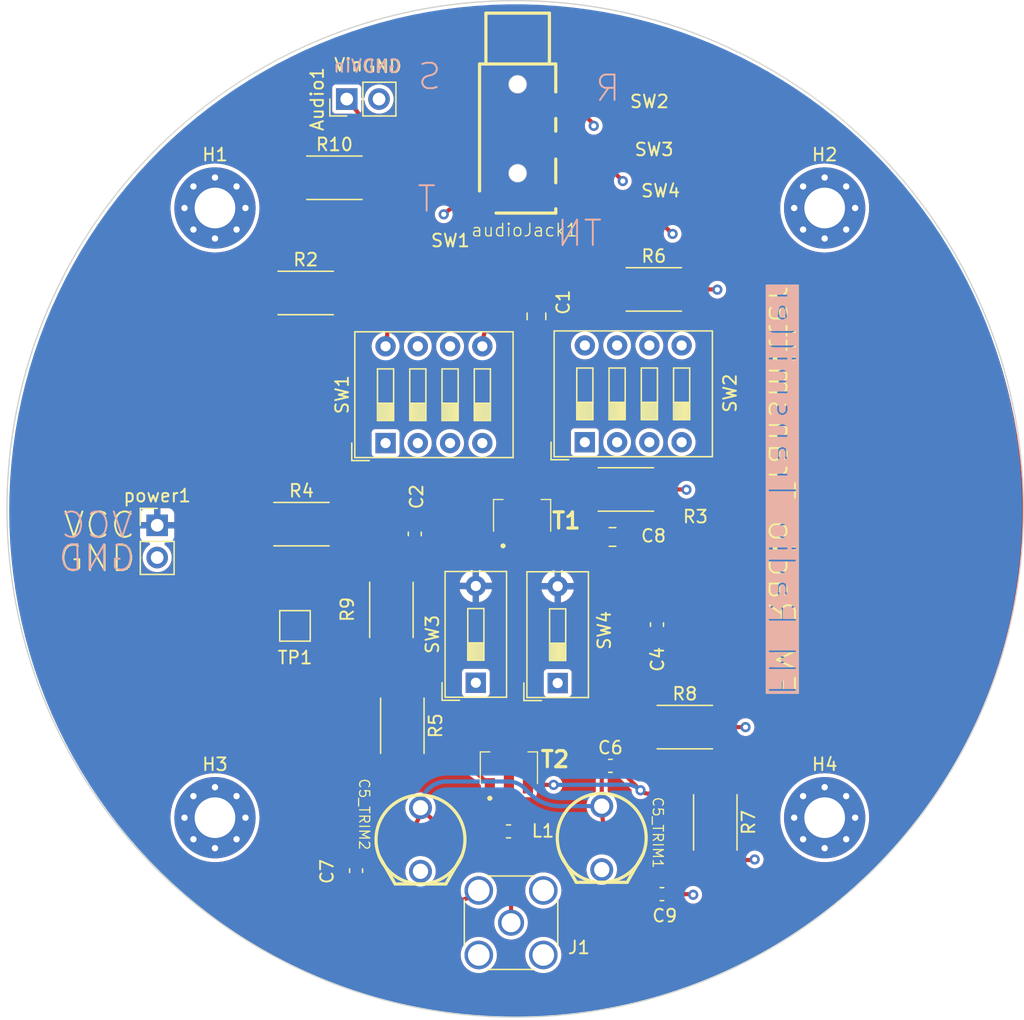
<source format=kicad_pcb>
(kicad_pcb (version 20221018) (generator pcbnew)
  (layers (0 "F.Cu" jumper) (1 "In1.Cu" power "L2") (2 "In2.Cu" signal "L3") (3 "In3.Cu" signal "L4") (4 "In4.Cu" power "L5") (31 "B.Cu" mixed) (34 "B.Paste" user) (35 "F.Paste" user) (36 "B.SilkS" user "B.Silkscreen") (37 "F.SilkS" user "F.Silkscreen") (38 "B.Mask" user) (39 "F.Mask" user) (44 "Edge.Cuts" user))
  (net 0 "")
  (net 1 "Vin")
  (net 2 "/Q1C")
  (net 3 "Net-(C2-Pad2)")
  (net 4 "GND")
  (net 5 "/sw1")
  (net 6 "VCC")
  (net 7 "/sw2")
  (net 8 "/sw3")
  (net 9 "/Q2C")
  (net 10 "/sw4")
  (net 11 "Net-(C5_TRIM1-Pad1)")
  (net 12 "Net-(C5_TRIM2-Pad1)")
  (net 13 "Net-(T1-B)")
  (net 14 "Net-(T2-B)")
  (net 15 "/Emitter")
  (net 16 "Net-(T1-E)")
  (footprint "Resistor_SMD:R_2512_6332Metric" (layer "F.Cu") (at 132.89 94.64 -90)
    (fp_text reference "R9" (at -0.034 3.472 90) (layer "F.SilkS"))
    (fp_text value "1k")
    (pad "1" smd roundrect (at -2.9625 0 270) (size 1.225 3.35) (layers "F.Cu" "F.Paste" "F.Mask") (roundrect_rratio 0.2040816327) (net 3 "Net-(C2-Pad2)"))
    (pad "2" smd roundrect (at 2.9625 0 270) (size 1.225 3.35) (layers "F.Cu" "F.Paste" "F.Mask") (roundrect_rratio 0.2040816327) (net 14 "Net-(T2-B)"))
  )
  (footprint "Connector_Coaxial:SMA_Amphenol_132134_Vertical" (layer "F.Cu") (at 142.31 119.27)
    (fp_text reference "J1" (at 5.346 1.952) (layer "F.SilkS"))
    (fp_text value "Conn_Coaxial")
    (pad "1" thru_hole circle (at 0 0) (size 2.05 2.05) (drill 1.5) (layers "*.Cu" "*.Mask") (net 9 "/Q2C"))
    (pad "2" thru_hole circle (at -2.54 -2.54) (size 2.25 2.25) (drill 1.7) (layers "*.Cu" "*.Mask") (net 4 "GND"))
    (pad "2" thru_hole circle (at -2.54 2.54) (size 2.25 2.25) (drill 1.7) (layers "*.Cu" "*.Mask") (net 4 "GND"))
    (pad "2" thru_hole circle (at 2.54 -2.54) (size 2.25 2.25) (drill 1.7) (layers "*.Cu" "*.Mask") (net 4 "GND"))
    (pad "2" thru_hole circle (at 2.54 2.54) (size 2.25 2.25) (drill 1.7) (layers "*.Cu" "*.Mask") (net 4 "GND"))
  )
  (footprint "Resistor_SMD:R_2512_6332Metric" (layer "F.Cu") (at 125.81 87.89)
    (fp_text reference "R4" (at 0 -2.62) (layer "F.SilkS"))
    (fp_text value "10k")
    (pad "1" smd roundrect (at -2.9625 0) (size 1.225 3.35) (layers "F.Cu" "F.Paste" "F.Mask") (roundrect_rratio 0.2040816327) (net 6 "VCC"))
    (pad "2" smd roundrect (at 2.9625 0) (size 1.225 3.35) (layers "F.Cu" "F.Paste" "F.Mask") (roundrect_rratio 0.2040816327) (net 2 "/Q1C"))
  )
  (footprint "Resistor_SMD:R_2512_6332Metric" (layer "F.Cu") (at 126.1425 69.69)
    (fp_text reference "R2" (at 0 -2.62) (layer "F.SilkS"))
    (fp_text value "15k" hide)
    (pad "1" smd roundrect (at -2.9625 0) (size 1.225 3.35) (layers "F.Cu" "F.Paste" "F.Mask") (roundrect_rratio 0.2040816327) (net 6 "VCC"))
    (pad "2" smd roundrect (at 2.9625 0) (size 1.225 3.35) (layers "F.Cu" "F.Paste" "F.Mask") (roundrect_rratio 0.2040816327) (net 13 "Net-(T1-B)"))
  )
  (footprint "Button_Switch_THT:SW_DIP_SPSTx04_Slide_9.78x12.34mm_W7.62mm_P2.54mm" (layer "F.Cu") (at 148.12 81.44 90)
    (fp_text reference "SW2" (at 3.861 11.43 90) (layer "F.SilkS"))
    (fp_text value "SW_DIP_x04")
    (pad "1" thru_hole rect (at 0 0 90) (size 1.6 1.6) (drill 0.8) (layers "*.Cu" "*.Mask") (net 5 "/sw1"))
    (pad "2" thru_hole oval (at 0 2.54 90) (size 1.6 1.6) (drill 0.8) (layers "*.Cu" "*.Mask") (net 7 "/sw2"))
    (pad "3" thru_hole oval (at 0 5.08 90) (size 1.6 1.6) (drill 0.8) (layers "*.Cu" "*.Mask") (net 8 "/sw3"))
    (pad "4" thru_hole oval (at 0 7.62 90) (size 1.6 1.6) (drill 0.8) (layers "*.Cu" "*.Mask") (net 10 "/sw4"))
    (pad "5" thru_hole oval (at 7.62 7.62 90) (size 1.6 1.6) (drill 0.8) (layers "*.Cu" "*.Mask") (net 4 "GND"))
    (pad "6" thru_hole oval (at 7.62 5.08 90) (size 1.6 1.6) (drill 0.8) (layers "*.Cu" "*.Mask") (net 4 "GND"))
    (pad "7" thru_hole oval (at 7.62 2.54 90) (size 1.6 1.6) (drill 0.8) (layers "*.Cu" "*.Mask") (net 4 "GND"))
    (pad "8" thru_hole oval (at 7.62 0 90) (size 1.6 1.6) (drill 0.8) (layers "*.Cu" "*.Mask") (net 4 "GND"))
  )
  (footprint "MountingHole:MountingHole_3.2mm_M3_Pad_Via" (layer "F.Cu") (at 119 63)
    (fp_text reference "H1" (at 0 -4.2) (layer "F.SilkS"))
    (fp_text value "MountingHole_Pad")
    (pad "1" thru_hole circle (at -2.4 0) (size 0.8 0.8) (drill 0.5) (layers "*.Cu" "*.Mask") (net 4 "GND"))
    (pad "1" thru_hole circle (at -1.697056 -1.697056) (size 0.8 0.8) (drill 0.5) (layers "*.Cu" "*.Mask") (net 4 "GND"))
    (pad "1" thru_hole circle (at -1.697056 1.697056) (size 0.8 0.8) (drill 0.5) (layers "*.Cu" "*.Mask") (net 4 "GND"))
    (pad "1" thru_hole circle (at 0 -2.4) (size 0.8 0.8) (drill 0.5) (layers "*.Cu" "*.Mask") (net 4 "GND"))
    (pad "1" thru_hole circle (at 0 0) (size 6.4 6.4) (drill 3.2) (layers "*.Cu" "*.Mask") (net 4 "GND"))
    (pad "1" thru_hole circle (at 0 2.4) (size 0.8 0.8) (drill 0.5) (layers "*.Cu" "*.Mask") (net 4 "GND"))
    (pad "1" thru_hole circle (at 1.697056 -1.697056) (size 0.8 0.8) (drill 0.5) (layers "*.Cu" "*.Mask") (net 4 "GND"))
    (pad "1" thru_hole circle (at 1.697056 1.697056) (size 0.8 0.8) (drill 0.5) (layers "*.Cu" "*.Mask") (net 4 "GND"))
    (pad "1" thru_hole circle (at 2.4 0) (size 0.8 0.8) (drill 0.5) (layers "*.Cu" "*.Mask") (net 4 "GND"))
  )
  (footprint "BFQ_19S_H6327:BFQ19SH6327" (layer "F.Cu") (at 142.14 107.61)
    (fp_text reference "T2" (at 3.63 -1.2) (layer "F.SilkS") (effects (font (size 1.27 1.27) (thickness 0.254))))
    (fp_text value "BFQ_19S_H6327" hide)
    (pad "1" smd rect (at -1.5 0.88) (size 0.8 1.2) (layers "F.Cu" "F.Paste" "F.Mask") (net 14 "Net-(T2-B)"))
    (pad "2" smd rect (at 0 0.38) (size 0.8 2.2) (layers "F.Cu" "F.Paste" "F.Mask") (net 9 "/Q2C"))
    (pad "3" smd rect (at 1.5 0.88) (size 0.8 1.2) (layers "F.Cu" "F.Paste" "F.Mask") (net 15 "/Emitter"))
    (pad "4" smd rect (at 0 -1.96) (size 2 2.5) (layers "F.Cu" "F.Paste" "F.Mask") (net 9 "/Q2C"))
  )
  (footprint "MountingHole:MountingHole_3.2mm_M3_Pad_Via" (layer "F.Cu") (at 119 111)
    (fp_text reference "H3" (at 0 -4.2) (layer "F.SilkS"))
    (fp_text value "MountingHole_Pad")
    (pad "1" thru_hole circle (at -2.4 0) (size 0.8 0.8) (drill 0.5) (layers "*.Cu" "*.Mask") (net 4 "GND"))
    (pad "1" thru_hole circle (at -1.697056 -1.697056) (size 0.8 0.8) (drill 0.5) (layers "*.Cu" "*.Mask") (net 4 "GND"))
    (pad "1" thru_hole circle (at -1.697056 1.697056) (size 0.8 0.8) (drill 0.5) (layers "*.Cu" "*.Mask") (net 4 "GND"))
    (pad "1" thru_hole circle (at 0 -2.4) (size 0.8 0.8) (drill 0.5) (layers "*.Cu" "*.Mask") (net 4 "GND"))
    (pad "1" thru_hole circle (at 0 0) (size 6.4 6.4) (drill 3.2) (layers "*.Cu" "*.Mask") (net 4 "GND"))
    (pad "1" thru_hole circle (at 0 2.4) (size 0.8 0.8) (drill 0.5) (layers "*.Cu" "*.Mask") (net 4 "GND"))
    (pad "1" thru_hole circle (at 1.697056 -1.697056) (size 0.8 0.8) (drill 0.5) (layers "*.Cu" "*.Mask") (net 4 "GND"))
    (pad "1" thru_hole circle (at 1.697056 1.697056) (size 0.8 0.8) (drill 0.5) (layers "*.Cu" "*.Mask") (net 4 "GND"))
    (pad "1" thru_hole circle (at 2.4 0) (size 0.8 0.8) (drill 0.5) (layers "*.Cu" "*.Mask") (net 4 "GND"))
  )
  (footprint "Capacitor_SMD:C_0603_1608Metric" (layer "F.Cu") (at 153.8 95.8 90)
    (fp_text reference "C4" (at -2.734 0.039 90) (layer "F.SilkS"))
    (fp_text value "0.1u")
    (pad "1" smd roundrect (at -0.775 0 90) (size 0.9 0.95) (layers "F.Cu" "F.Paste" "F.Mask") (net 14 "Net-(T2-B)"))
    (pad "2" smd roundrect (at 0.775 0 90) (size 0.9 0.95) (layers "F.Cu" "F.Paste" "F.Mask") (net 4 "GND"))
  )
  (footprint "Capacitor_SMD:C_0603_1608Metric" (layer "F.Cu") (at 134.73 88.66 -90)
    (fp_text reference "C2" (at -2.927 -0.144 90) (layer "F.SilkS"))
    (fp_text value "2.2u")
    (pad "1" smd roundrect (at -0.775 0 270) (size 0.9 0.95) (layers "F.Cu" "F.Paste" "F.Mask") (net 2 "/Q1C"))
    (pad "2" smd roundrect (at 0.775 0 270) (size 0.9 0.95) (layers "F.Cu" "F.Paste" "F.Mask") (net 3 "Net-(C2-Pad2)"))
  )
  (footprint "MountingHole:MountingHole_3.2mm_M3_Pad_Via" (layer "F.Cu") (at 167 111)
    (fp_text reference "H4" (at 0 -4.2) (layer "F.SilkS"))
    (fp_text value "MountingHole_Pad")
    (pad "1" thru_hole circle (at -2.4 0) (size 0.8 0.8) (drill 0.5) (layers "*.Cu" "*.Mask") (net 4 "GND"))
    (pad "1" thru_hole circle (at -1.697056 -1.697056) (size 0.8 0.8) (drill 0.5) (layers "*.Cu" "*.Mask") (net 4 "GND"))
    (pad "1" thru_hole circle (at -1.697056 1.697056) (size 0.8 0.8) (drill 0.5) (layers "*.Cu" "*.Mask") (net 4 "GND"))
    (pad "1" thru_hole circle (at 0 -2.4) (size 0.8 0.8) (drill 0.5) (layers "*.Cu" "*.Mask") (net 4 "GND"))
    (pad "1" thru_hole circle (at 0 0) (size 6.4 6.4) (drill 3.2) (layers "*.Cu" "*.Mask") (net 4 "GND"))
    (pad "1" thru_hole circle (at 0 2.4) (size 0.8 0.8) (drill 0.5) (layers "*.Cu" "*.Mask") (net 4 "GND"))
    (pad "1" thru_hole circle (at 1.697056 -1.697056) (size 0.8 0.8) (drill 0.5) (layers "*.Cu" "*.Mask") (net 4 "GND"))
    (pad "1" thru_hole circle (at 1.697056 1.697056) (size 0.8 0.8) (drill 0.5) (layers "*.Cu" "*.Mask") (net 4 "GND"))
    (pad "1" thru_hole circle (at 2.4 0) (size 0.8 0.8) (drill 0.5) (layers "*.Cu" "*.Mask") (net 4 "GND"))
  )
  (footprint "Connector_PinHeader_2.54mm:PinHeader_1x02_P2.54mm_Vertical" (layer "F.Cu") (at 114.45 87.98)
    (fp_text reference "power1" (at 0 -2.33) (layer "F.SilkS"))
    (fp_text value "Conn_01x02")
    (pad "1" thru_hole rect (at 0 0) (size 1.7 1.7) (drill 1) (layers "*.Cu" "*.Mask") (net 6 "VCC"))
    (pad "2" thru_hole oval (at 0 2.54) (size 1.7 1.7) (drill 1) (layers "*.Cu" "*.Mask") (net 4 "GND"))
  )
  (footprint "Connector_PinHeader_2.54mm:PinHeader_1x02_P2.54mm_Vertical" (layer "F.Cu") (at 129.375 54.425 90)
    (fp_text reference "Audio1" (at 0 -2.33 90) (layer "F.SilkS"))
    (fp_text value "Conn_01x02")
    (pad "1" thru_hole rect (at 0 0 90) (size 1.7 1.7) (drill 1) (layers "*.Cu" "*.Mask") (net 1 "Vin"))
    (pad "2" thru_hole oval (at 0 2.54 90) (size 1.7 1.7) (drill 1) (layers "*.Cu" "*.Mask") (net 4 "GND"))
  )
  (footprint "Resistor_SMD:R_2512_6332Metric" (layer "F.Cu") (at 158.39 111.37 -90)
    (fp_text reference "R7" (at 0 -2.62 90) (layer "F.SilkS"))
    (fp_text value "220")
    (pad "1" smd roundrect (at -2.9625 0 270) (size 1.225 3.35) (layers "F.Cu" "F.Paste" "F.Mask") (roundrect_rratio 0.2040816327) (net 15 "/Emitter"))
    (pad "2" smd roundrect (at 2.9625 0 270) (size 1.225 3.35) (layers "F.Cu" "F.Paste" "F.Mask") (roundrect_rratio 0.2040816327) (net 4 "GND"))
  )
  (footprint "Resistor_SMD:R_2512_6332Metric" (layer "F.Cu") (at 153.55 69.41)
    (fp_text reference "R6" (at 0 -2.62) (layer "F.SilkS"))
    (fp_text value "6.8k")
    (pad "1" smd roundrect (at -2.9625 0) (size 1.225 3.35) (layers "F.Cu" "F.Paste" "F.Mask") (roundrect_rratio 0.2040816327) (net 13 "Net-(T1-B)"))
    (pad "2" smd roundrect (at 2.9625 0) (size 1.225 3.35) (layers "F.Cu" "F.Paste" "F.Mask") (roundrect_rratio 0.2040816327) (net 4 "GND"))
  )
  (footprint "Capacitor_SMD:C_0603_1608Metric" (layer "F.Cu") (at 154.19 117.02)
    (fp_text reference "C9" (at 0.22 1.7) (layer "F.SilkS"))
    (fp_text value ".1u")
    (pad "1" smd roundrect (at -0.775 0) (size 0.9 0.95) (layers "F.Cu" "F.Paste" "F.Mask") (net 9 "/Q2C"))
    (pad "2" smd roundrect (at 0.775 0) (size 0.9 0.95) (layers "F.Cu" "F.Paste" "F.Mask") (net 4 "GND"))
  )
  (footprint "Resistor_SMD:R_2512_6332Metric" (layer "F.Cu") (at 151.3525 85.16)
    (fp_text reference "R3" (at 5.4725 2.139) (layer "F.SilkS"))
    (fp_text value "4.7k")
    (pad "1" smd roundrect (at -2.9625 0) (size 1.225 3.35) (layers "F.Cu" "F.Paste" "F.Mask") (roundrect_rratio 0.2040816327) (net 16 "Net-(T1-E)"))
    (pad "2" smd roundrect (at 2.9625 0) (size 1.225 3.35) (layers "F.Cu" "F.Paste" "F.Mask") (roundrect_rratio 0.2040816327) (net 4 "GND"))
  )
  (footprint "Capacitor_THT:trimmer_cap_through_hole" (layer "F.Cu") (at 149.45 112.59)
    (fp_text reference "C5_TRIM1" (at 4.42 -0.41 270 unlocked) (layer "F.SilkS") (effects (font (size 0.8 0.8) (thickness 0.1))))
    (fp_text value "20p")
    (pad "1" thru_hole circle (at 0 2.5) (size 1.8 1.8) (drill 1.2) (layers "*.Cu" "*.Mask") (net 11 "Net-(C5_TRIM1-Pad1)"))
    (pad "2" thru_hole circle (at 0 -2.5) (size 1.8 1.8) (drill 1.2) (layers "*.Cu" "*.Mask") (net 9 "/Q2C"))
  )
  (footprint "Button_Switch_THT:SW_DIP_SPSTx01_Slide_9.78x4.72mm_W7.62mm_P2.54mm" (layer "F.Cu") (at 139.537 100.3775 90)
    (fp_text reference "SW3" (at 3.81 -3.42 90) (layer "F.SilkS"))
    (fp_text value "SW_DIP_x01")
    (pad "1" thru_hole rect (at 0 0 90) (size 1.6 1.6) (drill 0.8) (layers "*.Cu" "*.Mask") (net 12 "Net-(C5_TRIM2-Pad1)"))
    (pad "2" thru_hole oval (at 7.62 0 90) (size 1.6 1.6) (drill 0.8) (layers "*.Cu" "*.Mask") (net 6 "VCC"))
  )
  (footprint "Capacitor_SMD:C_0603_1608Metric" (layer "F.Cu") (at 130.11 115.17 -90)
    (fp_text reference "C7" (at 0.067 2.289 90) (layer "F.SilkS"))
    (fp_text value "2p")
    (pad "1" smd roundrect (at -0.775 0 270) (size 0.9 0.95) (layers "F.Cu" "F.Paste" "F.Mask") (net 9 "/Q2C"))
    (pad "2" smd roundrect (at 0.775 0 270) (size 0.9 0.95) (layers "F.Cu" "F.Paste" "F.Mask") (net 4 "GND"))
  )
  (footprint "TestPoint:TestPoint_Pad_2.0x2.0mm" (layer "F.Cu") (at 125.3 95.9)
    (fp_text reference "TP1" (at 0 2.5) (layer "F.SilkS"))
    (fp_text value "TestPoint")
    (pad "1" smd rect (at 0 0) (size 2 2) (layers "F.Cu" "F.Mask") (net 2 "/Q1C"))
  )
  (footprint "Resistor_SMD:R_2512_6332Metric" (layer "F.Cu") (at 155.9925 103.87)
    (fp_text reference "R8" (at 0 -2.62) (layer "F.SilkS"))
    (fp_text value "2.2k")
    (pad "1" smd roundrect (at -2.9625 0) (size 1.225 3.35) (layers "F.Cu" "F.Paste" "F.Mask") (roundrect_rratio 0.2040816327) (net 14 "Net-(T2-B)"))
    (pad "2" smd roundrect (at 2.9625 0) (size 1.225 3.35) (layers "F.Cu" "F.Paste" "F.Mask") (roundrect_rratio 0.2040816327) (net 4 "GND"))
  )
  (footprint "Capacitor_SMD:C_0805_2012Metric" (layer "F.Cu") (at 150.3 88.9)
    (fp_text reference "C8" (at 3.227 -0.086) (layer "F.SilkS"))
    (fp_text value "10u")
    (pad "1" smd roundrect (at -0.95 0) (size 1 1.45) (layers "F.Cu" "F.Paste" "F.Mask") (net 16 "Net-(T1-E)"))
    (pad "2" smd roundrect (at 0.95 0) (size 1 1.45) (layers "F.Cu" "F.Paste" "F.Mask") (net 4 "GND"))
  )
  (footprint "Button_Switch_THT:SW_DIP_SPSTx04_Slide_9.78x12.34mm_W7.62mm_P2.54mm" (layer "F.Cu") (at 132.43 81.5075 90)
    (fp_text reference "SW1" (at 3.81 -3.42 90) (layer "F.SilkS"))
    (fp_text value "SW_DIP_x04")
    (pad "1" thru_hole rect (at 0 0 90) (size 1.6 1.6) (drill 0.8) (layers "*.Cu" "*.Mask") (net 5 "/sw1"))
    (pad "2" thru_hole oval (at 0 2.54 90) (size 1.6 1.6) (drill 0.8) (layers "*.Cu" "*.Mask") (net 7 "/sw2"))
    (pad "3" thru_hole oval (at 0 5.08 90) (size 1.6 1.6) (drill 0.8) (layers "*.Cu" "*.Mask") (net 8 "/sw3"))
    (pad "4" thru_hole oval (at 0 7.62 90) (size 1.6 1.6) (drill 0.8) (layers "*.Cu" "*.Mask") (net 10 "/sw4"))
    (pad "5" thru_hole oval (at 7.62 7.62 90) (size 1.6 1.6) (drill 0.8) (layers "*.Cu" "*.Mask") (net 1 "Vin"))
    (pad "6" thru_hole oval (at 7.62 5.08 90) (size 1.6 1.6) (drill 0.8) (layers "*.Cu" "*.Mask") (net 1 "Vin"))
    (pad "7" thru_hole oval (at 7.62 2.54 90) (size 1.6 1.6) (drill 0.8) (layers "*.Cu" "*.Mask") (net 1 "Vin"))
    (pad "8" thru_hole oval (at 7.62 0 90) (size 1.6 1.6) (drill 0.8) (layers "*.Cu" "*.Mask") (net 1 "Vin"))
  )
  (footprint "Capacitor_SMD:C_0805_2012Metric" (layer "F.Cu") (at 144.31 71.53 -90)
    (fp_text reference "C1" (at -1.106 -2.103 90) (layer "F.SilkS"))
    (fp_text value "10u")
    (pad "1" smd roundrect (at -0.95 0 270) (size 1 1.45) (layers "F.Cu" "F.Paste" "F.Mask") (net 1 "Vin"))
    (pad "2" smd roundrect (at 0.95 0 270) (size 1 1.45) (layers "F.Cu" "F.Paste" "F.Mask") (net 13 "Net-(T1-B)"))
  )
  (footprint "Button_Switch_THT:SW_DIP_SPSTx01_Slide_9.78x4.72mm_W7.62mm_P2.54mm" (layer "F.Cu") (at 145.98 100.4 90)
    (fp_text reference "SW4" (at 4.151 3.671 90) (layer "F.SilkS"))
    (fp_text value "SW_DIP_x01")
    (pad "1" thru_hole rect (at 0 0 90) (size 1.6 1.6) (drill 0.8) (layers "*.Cu" "*.Mask") (net 11 "Net-(C5_TRIM1-Pad1)"))
    (pad "2" thru_hole oval (at 7.62 0 90) (size 1.6 1.6) (drill 0.8) (layers "*.Cu" "*.Mask") (net 6 "VCC"))
  )
  (footprint "Inductor_SMD:L_0603_1608Metric" (layer "F.Cu") (at 142.11 112.08)
    (fp_text reference "L1" (at 2.71 -0.037) (layer "F.SilkS"))
    (fp_text value "0.1u")
    (pad "1" smd roundrect (at -0.7875 0) (size 0.875 0.95) (layers "F.Cu" "F.Paste" "F.Mask") (net 6 "VCC"))
    (pad "2" smd roundrect (at 0.7875 0) (size 0.875 0.95) (layers "F.Cu" "F.Paste" "F.Mask") (net 9 "/Q2C"))
  )
  (footprint "Capacitor_SMD:C_0603_1608Metric" (layer "F.Cu") (at 150.13 106.92)
    (fp_text reference "C6" (at 0 -1.43) (layer "F.SilkS"))
    (fp_text value "4.7p")
    (pad "1" smd roundrect (at -0.775 0) (size 0.9 0.95) (layers "F.Cu" "F.Paste" "F.Mask") (net 9 "/Q2C"))
    (pad "2" smd roundrect (at 0.775 0) (size 0.9 0.95) (layers "F.Cu" "F.Paste" "F.Mask") (net 15 "/Emitter"))
  )
  (footprint "Audio_Module:audio_jack_3.5mm" (layer "F.Cu") (at 142.83 67.66)
    (fp_text reference "audioJack1" (at 0.53 -2.92 unlocked) (layer "F.SilkS") (effects (font (thickness 0.1))))
    (fp_text value "~" hide)
    (fp_circle (center 0 -14.4) (end 0.7 -14.4) (stroke (width 0.05)) (fill none) (layer "Edge.Cuts"))
    (fp_circle (center 0 -7.4) (end 0.7 -7.4) (stroke (width 0.05)) (fill none) (layer "Edge.Cuts"))
    (pad "1" smd roundrect (at -3.6 -5.01) (size 2 1.5) (layers "F.Cu" "F.Paste" "F.Mask") (net 5 "/sw1"))
    (pad "2" smd roundrect (at 3.6 -12.77) (size 2 1.5) (layers "F.Cu" "F.Paste" "F.Mask") (net 7 "/sw2"))
    (pad "3" smd roundrect (at 3.6 -9.67) (size 2 1.5) (layers "F.Cu" "F.Paste" "F.Mask") (net 8 "/sw3"))
    (pad "4" smd roundrect (at 3.6 -5.67) (size 2 1.5) (layers "F.Cu" "F.Paste" "F.Mask") (net 10 "/sw4"))
  )
  (footprint "Resistor_SMD:R_2512_6332Metric" (layer "F.Cu") (at 128.4025 60.62)
    (fp_text reference "R10" (at 0 -2.62) (layer "F.SilkS"))
    (fp_text value "1k")
    (pad "1" smd roundrect (at -2.9625 0) (size 1.225 3.35) (layers "F.Cu" "F.Paste" "F.Mask") (roundrect_rratio 0.2040816327) (net 6 "VCC"))
    (pad "2" smd roundrect (at 2.9625 0) (size 1.225 3.35) (layers "F.Cu" "F.Paste" "F.Mask") (roundrect_rratio 0.2040816327) (net 1 "Vin"))
  )
  (footprint "BFQ_19S_H6327:BFQ19SH6327" (layer "F.Cu") (at 143.18 87.74)
    (fp_text reference "T1" (at 3.48 -0.12) (layer "F.SilkS") (effects (font (size 1.27 1.27) (thickness 0.254))))
    (fp_text value "BFQ_19S_H6327" hide)
    (pad "1" smd rect (at -1.5 0.88) (size 0.8 1.2) (layers "F.Cu" "F.Paste" "F.Mask") (net 13 "Net-(T1-B)"))
    (pad "2" smd rect (at 0 0.38) (size 0.8 2.2) (layers "F.Cu" "F.Paste" "F.Mask") (net 2 "/Q1C"))
    (pad "3" smd rect (at 1.5 0.88) (size 0.8 1.2) (layers "F.Cu" "F.Paste" "F.Mask") (net 16 "Net-(T1-E)"))
    (pad "4" smd rect (at 0 -1.96) (size 2 2.5) (layers "F.Cu" "F.Paste" "F.Mask") (net 2 "/Q1C"))
  )
  (footprint "Capacitor_THT:trimmer_cap_through_hole" (layer "F.Cu") (at 135.18 112.72)
    (fp_text reference "C5_TRIM2" (at -4.43 -1.99 270 unlocked) (layer "F.SilkS") (effects (font (size 0.8 0.8) (thickness 0.1))))
    (fp_text value "20p")
    (pad "1" thru_hole circle (at 0 2.5) (size 1.8 1.8) (drill 1.2) (layers "*.Cu" "*.Mask") (net 12 "Net-(C5_TRIM2-Pad1)"))
    (pad "2" thru_hole circle (at 0 -2.5) (size 1.8 1.8) (drill 1.2) (layers "*.Cu" "*.Mask") (net 9 "/Q2C"))
  )
  (footprint "Resistor_SMD:R_2512_6332Metric" (layer "F.Cu") (at 133.75 103.7625 -90)
    (fp_text reference "R5" (at 0 -2.62 90) (layer "F.SilkS"))
    (fp_text value "4.7k")
    (pad "1" smd roundrect (at -2.9625 0 270) (size 1.225 3.35) (layers "F.Cu" "F.Paste" "F.Mask") (roundrect_rratio 0.2040816327) (net 6 "VCC"))
    (pad "2" smd roundrect (at 2.9625 0 270) (size 1.225 3.35) (layers "F.Cu" "F.Paste" "F.Mask") (roundrect_rratio 0.2040816327) (net 14 "Net-(T2-B)"))
  )
  (footprint "MountingHole:MountingHole_3.2mm_M3_Pad_Via" (layer "F.Cu") (at 167 63)
    (fp_text reference "H2" (at 0 -4.2) (layer "F.SilkS"))
    (fp_text value "MountingHole_Pad")
    (pad "1" thru_hole circle (at -2.4 0) (size 0.8 0.8) (drill 0.5) (layers "*.Cu" "*.Mask") (net 4 "GND"))
    (pad "1" thru_hole circle (at -1.697056 -1.697056) (size 0.8 0.8) (drill 0.5) (layers "*.Cu" "*.Mask") (net 4 "GND"))
    (pad "1" thru_hole circle (at -1.697056 1.697056) (size 0.8 0.8) (drill 0.5) (layers "*.Cu" "*.Mask") (net 4 "GND"))
    (pad "1" thru_hole circle (at 0 -2.4) (size 0.8 0.8) (drill 0.5) (layers "*.Cu" "*.Mask") (net 4 "GND"))
    (pad "1" thru_hole circle (at 0 0) (size 6.4 6.4) (drill 3.2) (layers "*.Cu" "*.Mask") (net 4 "GND"))
    (pad "1" thru_hole circle (at 0 2.4) (size 0.8 0.8) (drill 0.5) (layers "*.Cu" "*.Mask") (net 4 "GND"))
    (pad "1" thru_hole circle (at 1.697056 -1.697056) (size 0.8 0.8) (drill 0.5) (layers "*.Cu" "*.Mask") (net 4 "GND"))
    (pad "1" thru_hole circle (at 1.697056 1.697056) (size 0.8 0.8) (drill 0.5) (layers "*.Cu" "*.Mask") (net 4 "GND"))
    (pad "1" thru_hole circle (at 2.4 0) (size 0.8 0.8) (drill 0.5) (layers "*.Cu" "*.Mask") (net 4 "GND"))
  )
  (gr_circle (center 142.64 86.69) (end 180.66 99.17) (stroke (width 0.1)) (fill none) (layer "Edge.Cuts"))
  (gr_text "FM Radio Transmitter" (at 162.41 101.52 -90) (layer "B.SilkS" knockout) (effects (font (size 2 2)) (justify left bottom mirror)))
  (gr_text "GND\n" (at 133.725 52.418) (layer "B.SilkS") (effects (font (size 1 1)) (justify left bottom mirror)))
  (gr_text "T" (at 136.525 63.461) (layer "B.SilkS") (effects (font (size 2 2)) (justify left bottom mirror)))
  (gr_text "TN" (at 149.606 66.166) (layer "B.SilkS") (effects (font (size 2 2)) (justify left bottom mirror)))
  (gr_text "Vin" (at 130.666 52.409) (layer "B.SilkS") (effects (font (size 1 1)) (justify left bottom mirror)))
  (gr_text "GND" (at 112.841 91.722) (layer "B.SilkS") (effects (font (size 2 2)) (justify left bottom mirror)))
  (gr_text "R" (at 151.03 54.743) (layer "B.SilkS") (effects (font (size 2 2)) (justify left bottom mirror)))
  (gr_text "VCC" (at 112.654 89.141) (layer "B.SilkS") (effects (font (size 2 2)) (justify left bottom mirror)))
  (gr_text "S" (at 136.943 53.816) (layer "B.SilkS") (effects (font (size 2 2)) (justify left bottom mirror)))
  (gr_text "FM Radio Transmitter" (at 164.92 101.52 90) (layer "F.SilkS" knockout) (effects (font (size 2 2)) (justify left bottom)))
  (gr_text "GND" (at 130.553 52.433) (layer "F.SilkS") (effects (font (size 1 1)) (justify left bottom)))
  (gr_text "VCC\n" (at 106.941 89.141) (layer "F.SilkS") (effects (font (size 2 2)) (justify left bottom)))
  (gr_text "SW3" (at 151.95 58.98) (layer "F.SilkS") (effects (font (size 1 1)) (justify left bottom)))
  (gr_text "GND" (at 106.594 91.763) (layer "F.SilkS") (effects (font (size 2 2)) (justify left bottom)))
  (gr_text "Vin\n" (at 128.296 52.312) (layer "F.SilkS") (effects (font (size 1 1)) (justify left bottom)))
  (gr_text "SW2\n" (at 151.58 55.2) (layer "F.SilkS") (effects (font (size 1 1)) (justify left bottom)))
  (gr_text "SW1\n" (at 135.91 66.15) (layer "F.SilkS") (effects (font (size 1 1)) (justify left bottom)))
  (gr_text "SW4" (at 152.46 62.23) (layer "F.SilkS") (effects (font (size 1 1)) (justify left bottom)))
  (segment (start 144.31 70.58) (end 143.3575 70.58) (width 0.3294) (layer "F.Cu") (net 1))
  (segment (start 132.69 65.66) (end 131.36 60.64) (width 0.3294) (layer "F.Cu") (net 1))
  (segment (start 132.738502 70.701511) (end 132.48 73.93) (width 0.3294) (layer "F.Cu") (net 1))
  (segment (start 131.365 59.229284) (end 131.365 60.62) (width 0.3294) (layer "F.Cu") (net 1))
  (arc (start 132.69 65.66) (mid 132.948698 68.1785) (end 132.738502 70.701511) (width 0.3294) (layer "F.Cu") (net 1))
  (arc (start 129.375 54.425) (mid 130.847815 56.629223) (end 131.365 59.229284) (width 0.3294) (layer "F.Cu") (net 1))
  (arc (start 143.3575 70.58) (mid 141.018744 71.548744) (end 140.05 73.8875) (width 0.3294) (layer "F.Cu") (net 1))
  (segment (start 128.7725 87.89) (end 134.739437 87.89) (width 0.3294) (layer "F.Cu") (net 2))
  (segment (start 141.36934 90.73) (end 140.65 90.73) (width 0.3294) (layer "F.Cu") (net 2))
  (segment (start 125.28 95.7) (end 125.28 91.3825) (width 0.3294) (layer "F.Cu") (net 2))
  (segment (start 143.18 88.12) (end 143.18 89.98) (width 0.3294) (layer "F.Cu") (net 2))
  (segment (start 135.400646 88.555647) (end 134.73 87.885) (width 0.3294) (layer "F.Cu") (net 2))
  (segment (start 143.18 88.12) (end 143.18 85.78) (width 0.3294) (layer "F.Cu") (net 2))
  (arc (start 143.18 89.98) (mid 142.349263 90.535081) (end 141.36934 90.73) (width 0.3294) (layer "F.Cu") (net 2))
  (arc (start 125.28 91.3825) (mid 126.30293 88.91293) (end 128.7725 87.89) (width 0.3294) (layer "F.Cu") (net 2))
  (arc (start 140.65 90.73) (mid 137.80907 90.164904) (end 135.400646 88.555647) (width 0.3294) (layer "F.Cu") (net 2))
  (segment (start 134.44539 90.122111) (end 132.89 91.6775) (width 0.3294) (layer "F.Cu") (net 3))
  (arc (start 134.73 89.435) (mid 134.656032 89.806862) (end 134.44539 90.122111) (width 0.3294) (layer "F.Cu") (net 3))
  (segment (start 156.1 85.16) (end 156.12 85.18) (width 0.3294) (layer "F.Cu") (net 4))
  (segment (start 158.955 103.87) (end 160.77 103.87) (width 0.3294) (layer "F.Cu") (net 4))
  (segment (start 154.965 117.02) (end 156.6 117.02) (width 0.3294) (layer "F.Cu") (net 4))
  (segment (start 152.416726 91.716726) (end 152.7 92) (width 0.3294) (layer "F.Cu") (net 4))
  (segment (start 156.6 117.02) (end 156.65 117.07) (width 0.3294) (layer "F.Cu") (net 4))
  (segment (start 154.315 85.16) (end 156.1 85.16) (width 0.3294) (layer "F.Cu") (net 4))
  (segment (start 151.727297 87.747703) (end 154.315 85.16) (width 0.3294) (layer "F.Cu") (net 4))
  (segment (start 158.53 69.41) (end 158.55 69.43) (width 0.3294) (layer "F.Cu") (net 4))
  (segment (start 153.8 94.655634) (end 153.8 95.025) (width 0.3294) (layer "F.Cu") (net 4))
  (segment (start 161.4475 114.3325) (end 161.49 114.29) (width 0.3294) (layer "F.Cu") (net 4))
  (segment (start 130.115 115.94) (end 130.187042 116.012042) (width 0.3294) (layer "F.Cu") (net 4))
  (segment (start 156.5125 69.41) (end 158.53 69.41) (width 0.3294) (layer "F.Cu") (net 4))
  (segment (start 158.39 114.3325) (end 161.4475 114.3325) (width 0.3294) (layer "F.Cu") (net 4))
  (segment (start 133.9 117.55) (end 137.790345 117.55) (width 0.3294) (layer "F.Cu") (net 4))
  (via (at 156.12 85.18) (size 0.8) (drill 0.4) (layers "F.Cu" "B.Cu") (net 4))
  (via (at 156.65 117.07) (size 0.8) (drill 0.4) (layers "F.Cu" "B.Cu") (net 4))
  (via (at 161.49 114.29) (size 0.8) (drill 0.4) (layers "F.Cu" "B.Cu") (net 4))
  (via (at 160.77 103.87) (size 0.8) (drill 0.4) (layers "F.Cu" "B.Cu") (net 4))
  (via (at 158.55 69.43) (size 0.8) (drill 0.4) (layers "F.Cu" "B.Cu") (net 4))
  (arc (start 130.187042 116.012042) (mid 131.890561 117.150298) (end 133.9 117.55) (width 0.3294) (layer "F.Cu") (net 4))
  (arc (start 151.25 88.9) (mid 151.553222 90.424401) (end 152.416726 91.716726) (width 0.3294) (layer "F.Cu") (net 4))
  (arc (start 151.25 88.9) (mid 151.374045 88.276381) (end 151.727297 87.747703) (width 0.3294) (layer "F.Cu") (net 4))
  (arc (start 137.790345 117.55) (mid 138.861726 117.336889) (end 139.77 116.73) (width 0.3294) (layer "F.Cu") (net 4))
  (arc (start 152.7 92) (mid 153.514119 93.218415) (end 153.8 94.655634) (width 0.3294) (layer "F.Cu") (net 4))
  (segment (start 139.23 62.65) (end 139.062081 62.65) (width 0.3294) (layer "F.Cu") (net 5))
  (via (at 137.01 63.5) (size 0.8) (drill 0.4) (layers "F.Cu" "B.Cu") (net 5))
  (arc (start 139.062081 62.65) (mid 137.951503 62.870907) (end 137.01 63.5) (width 0.3294) (layer "F.Cu") (net 5))
  (segment (start 148.89 56.48) (end 147.915183 55.505183) (width 0.3294) (layer "F.Cu") (net 7))
  (segment (start 148.854142 56.515858) (end 148.89 56.48) (width 0.3294) (layer "F.Cu") (net 7))
  (via (at 148.82 56.53) (size 0.8) (drill 0.4) (layers "F.Cu" "B.Cu") (net 7))
  (arc (start 148.82 56.53) (mid 148.838477 56.526325) (end 148.854142 56.515858) (width 0.3294) (layer "F.Cu") (net 7))
  (arc (start 147.915183 55.505183) (mid 147.233776 55.049881) (end 146.43 54.89) (width 0.3294) (layer "F.Cu") (net 7))
  (segment (start 149.485721 59.255721) (end 151.11 60.88) (width 0.3294) (layer "F.Cu") (net 8))
  (via (at 151.11 60.88) (size 0.8) (drill 0.4) (layers "F.Cu" "B.Cu") (net 8))
  (arc (start 146.43 57.99) (mid 148.083744 58.31895) (end 149.485721 59.255721) (width 0.3294) (layer "F.Cu") (net 8))
  (segment (start 149.45 110.09) (end 149.45 107.015) (width 0.3294) (layer "F.Cu") (net 9))
  (segment (start 142.31 113.49835) (end 142.31 114.179) (width 0.3294) (layer "F.Cu") (net 9))
  (segment (start 142.31 114.179) (end 142.31 119.27) (width 0.3294) (layer "F.Cu") (net 9))
  (segment (start 134.494106 111.875893) (end 134.43 111.94) (width 0.3294) (layer "F.Cu") (net 9))
  (segment (start 134.43 111.94) (end 133.293754 113.076246) (width 0.3294) (layer "F.Cu") (net 9))
  (segment (start 142.14 107.99) (end 142.14 108.778335) (width 0.3294) (layer "F.Cu") (net 9))
  (segment (start 136.896765 111.936764) (end 135.18 110.22) (width 0.3294) (layer "F.Cu") (net 9))
  (segment (start 142.8975 110.607101) (end 142.8975 112.08) (width 0.3294) (layer "F.Cu") (net 9))
  (segment (start 151.546572 115.151571) (end 153.415 117.02) (width 0.3294) (layer "F.Cu") (net 9))
  (segment (start 142.14 107.99) (end 142.14 105.65) (width 0.3294) (layer "F.Cu") (net 9))
  (arc (start 142.8975 112.08) (mid 142.462686 112.730744) (end 142.31 113.49835) (width 0.3294) (layer "F.Cu") (net 9))
  (arc (start 142.31 114.179) (mid 139.380378 113.596262) (end 136.896765 111.936764) (width 0.3294) (layer "F.Cu") (net 9))
  (arc (start 133.293754 113.076246) (mid 131.833036 114.052267) (end 130.11 114.395) (width 0.3294) (layer "F.Cu") (net 9))
  (arc (start 142.14 108.778335) (mid 142.316726 109.666797) (end 142.82 110.42) (width 0.3294) (layer "F.Cu") (net 9))
  (arc (start 149.45 110.09) (mid 149.994881 112.829303) (end 151.546572 115.151571) (width 0.3294) (layer "F.Cu") (net 9))
  (arc (start 142.82 110.42) (mid 142.877358 110.505842) (end 142.8975 110.607101) (width 0.3294) (layer "F.Cu") (net 9))
  (arc (start 135.18 110.22) (mid 135.001742 111.116163) (end 134.494106 111.875893) (width 0.3294) (layer "F.Cu") (net 9))
  (segment (start 142.08 108.15) (end 137.25 108.15) (width 0.3294) (layer "B.Cu") (net 9))
  (segment (start 149.45 110.09) (end 146.194213 110.09) (width 0.3294) (layer "B.Cu") (net 9))
  (segment (start 143.78 109.09) (end 143.377402 108.687402) (width 0.3294) (layer "B.Cu") (net 9))
  (arc (start 137.25 108.15) (mid 135.786289 108.756289) (end 135.18 110.22) (width 0.3294) (layer "B.Cu") (net 9))
  (arc (start 143.377402 108.687402) (mid 142.78215 108.289666) (end 142.08 108.15) (width 0.3294) (layer "B.Cu") (net 9))
  (arc (start 146.194213 110.09) (mid 144.887651 109.830109) (end 143.78 109.09) (width 0.3294) (layer "B.Cu") (net 9))
  (segment (start 146.43 61.99) (end 147.666649 61.99) (width 0.3294) (layer "F.Cu") (net 10))
  (via (at 155.03 65.04) (size 0.8) (drill 0.4) (layers "F.Cu" "B.Cu") (net 10))
  (arc (start 147.666649 61.99) (mid 151.651665 62.782669) (end 155.03 65.04) (width 0.3294) (layer "F.Cu") (net 10))
  (segment (start 143.91 79.294635) (end 143.59482 79.609815) (width 0.3294) (layer "F.Cu") (net 13))
  (segment (start 143.744315 73.845686) (end 142.96581 74.624191) (width 0.3294) (layer "F.Cu") (net 13))
  (segment (start 144.31 75.594315) (end 144.31 72.48) (width 0.3294) (layer "F.Cu") (net 13))
  (segment (start 132.41 75.6) (end 140.61 75.6) (width 0.3294) (layer "F.Cu") (net 13))
  (segment (start 149.785545 70.211955) (end 150.5875 69.41) (width 0.3294) (layer "F.Cu") (net 13))
  (segment (start 141.3 85.15) (end 141.3 87.702599) (width 0.3294) (layer "F.Cu") (net 13))
  (segment (start 129.105 69.69) (end 129.105 73.015259) (width 0.3294) (layer "F.Cu") (net 13))
  (segment (start 132.375634 75.6) (end 132.41 75.6) (width 0.3294) (layer "F.Cu") (net 13))
  (segment (start 143.91 76.56) (end 143.91 79.294635) (width 0.3294) (layer "F.Cu") (net 13))
  (arc (start 129.105 73.015259) (mid 129.264833 73.818795) (end 129.72 74.5) (width 0.3294) (layer "F.Cu") (net 13))
  (arc (start 144.31 72.48) (mid 147.273344 71.890554) (end 149.785545 70.211955) (width 0.3294) (layer "F.Cu") (net 13))
  (arc (start 129.72 74.5) (mid 130.938415 75.314119) (end 132.375634 75.6) (width 0.3294) (layer "F.Cu") (net 13))
  (arc (start 142.96581 74.624191) (mid 141.884956 75.346395) (end 140.61 75.6) (width 0.3294) (layer "F.Cu") (net 13))
  (arc (start 144.31 72.48) (mid 144.162983 73.219104) (end 143.744315 73.845686) (width 0.3294) (layer "F.Cu") (net 13))
  (arc (start 143.91 76.56) (mid 144.206043 76.11694) (end 144.31 75.594315) (width 0.3294) (layer "F.Cu") (net 13))
  (arc (start 143.59482 79.609815) (mid 141.896404 82.151673) (end 141.3 85.15) (width 0.3294) (layer "F.Cu") (net 13))
  (arc (start 141.3 87.702599) (mid 141.398758 88.199093) (end 141.68 88.62) (width 0.3294) (layer "F.Cu") (net 13))
  (segment (start 137.258152 106.725) (end 137.066 106.725) (width 0.3294) (layer "F.Cu") (net 14))
  (segment (start 139.027 105.471) (end 138.272925 106.225076) (width 0.3294) (layer "F.Cu") (net 14))
  (segment (start 149.477629 103.248) (end 141.68 103.248) (width 0.3294) (layer "F.Cu") (net 14))
  (segment (start 129.95 103.82) (end 129.95 101.72) (width 0.3294) (layer "F.Cu") (net 14))
  (segment (start 153.805 101.998985) (end 153.805 96.65) (width 0.3294) (layer "F.Cu") (net 14))
  (segment (start 140.945944 103.552056) (end 139.027 105.471) (width 0.3294) (layer "F.Cu") (net 14))
  (segment (start 152.411962 104.126) (end 151.489 104.126) (width 0.3294) (layer "F.Cu") (net 14))
  (segment (start 150.500585 103.716585) (end 150.424 103.64) (width 0.3294) (layer "F.Cu") (net 14))
  (segment (start 130.782618 99.709882) (end 132.89 97.6025) (width 0.3294) (layer "F.Cu") (net 14))
  (segment (start 133.75 106.725) (end 132.855 106.725) (width 0.3294) (layer "F.Cu") (net 14))
  (segment (start 140.64 108.49) (end 140.018285 107.868285) (width 0.3294) (layer "F.Cu") (net 14))
  (segment (start 133.75 106.725) (end 137.066 106.725) (width 0.3294) (layer "F.Cu") (net 14))
  (arc (start 138.272925 106.225076) (mid 137.719183 106.595074) (end 137.066 106.725) (width 0.3294) (layer "F.Cu") (net 14))
  (arc (start 153.03 103.87) (mid 153.603584 103.011571) (end 153.805 101.998985) (width 0.3294) (layer "F.Cu") (net 14))
  (arc (start 141.68 103.248) (mid 141.282731 103.327022) (end 140.945944 103.552056) (width 0.3294) (layer "F.Cu") (net 14))
  (arc (start 153.03 103.87) (mid 152.746443 104.059467) (end 152.411962 104.126) (width 0.3294) (layer "F.Cu") (net 14))
  (arc (start 129.95 101.72) (mid 130.16639 100.632132) (end 130.782618 99.709882) (width 0.3294) (layer "F.Cu") (net 14))
  (arc (start 140.018285 107.868285) (mid 138.751926 107.02213) (end 137.258152 106.725) (width 0.3294) (layer "F.Cu") (net 14))
  (arc (start 150.424 103.64) (mid 149.989802 103.349878) (end 149.477629 103.248) (width 0.3294) (layer "F.Cu") (net 14))
  (arc (start 132.855 106.725) (mid 130.800855 105.874145) (end 129.95 103.82) (width 0.3294) (layer "F.Cu") (net 14))
  (arc (start 151.489 104.126) (mid 150.954074 104.019597) (end 150.500585 103.716585) (width 0.3294) (layer "F.Cu") (net 14))
  (segment (start 151.136224 107.478224) (end 152.502 108.844) (width 0.3294) (layer "F.Cu") (net 15))
  (segment (start 153.139352 109.108) (end 156.698844 109.108) (width 0.3294) (layer "F.Cu") (net 15))
  (segment (start 144.307009 108.417) (end 145.66 108.417) (width 0.3294) (layer "F.Cu") (net 15))
  (via (at 145.66 108.417) (size 0.8) (drill 0.4) (layers "F.Cu" "B.Cu") (net 15))
  (via (at 152.502 108.844) (size 0.8) (drill 0.4) (layers "F.Cu" "B.Cu") (net 15))
  (arc (start 156.698844 109.108) (mid 157.614091 108.925946) (end 158.39 108.4075) (width 0.3294) (layer "F.Cu") (net 15))
  (arc (start 150.905 106.92) (mid 150.965093 107.222109) (end 151.136224 107.478224) (width 0.3294) (layer "F.Cu") (net 15))
  (arc (start 152.502 108.844) (mid 152.794419 109.039389) (end 153.139352 109.108) (width 0.3294) (layer "F.Cu") (net 15))
  (arc (start 143.66 108.685) (mid 143.95685 108.486651) (end 144.307009 108.417) (width 0.3294) (layer "F.Cu") (net 15))
  (segment (start 145.66 108.417) (end 151.43009 108.4) (width 0.3294) (layer "B.Cu") (net 15))
  (arc (start 151.43009 108.4) (mid 152.010203 108.515392) (end 152.502 108.844) (width 0.3294) (layer "B.Cu") (net 15))
  (segment (start 144.68 88.62) (end 144.68 89.609265) (width 0.3294) (layer "F.Cu") (net 16))
  (segment (start 145.05 90.39) (end 148.331716 90.39) (width 0.3294) (layer "F.Cu") (net 16))
  (segment (start 148.38 90.37) (end 148.996446 89.753554) (width 0.3294) (layer "F.Cu") (net 16))
  (segment (start 144.970434 90.310434) (end 145.05 90.39) (width 0.3294) (layer "F.Cu") (net 16))
  (segment (start 149.35 88.9) (end 149.35 87.477645) (width 0.3294) (layer "F.Cu") (net 16))
  (arc (start 148.331716 90.39) (mid 148.357847 90.384802) (end 148.38 90.37) (width 0.3294) (layer "F.Cu") (net 16))
  (arc (start 148.996446 89.753554) (mid 149.258114 89.36194) (end 149.35 88.9) (width 0.3294) (layer "F.Cu") (net 16))
  (arc (start 144.68 89.609265) (mid 144.755481 89.988734) (end 144.970434 90.310434) (width 0.3294) (layer "F.Cu") (net 16))
  (arc (start 149.35 87.477645) (mid 149.100505 86.223345) (end 148.39 85.16) (width 0.3294) (layer "F.Cu") (net 16))
  (zone (net 6) (net_name "VCC") (layer "F.Cu") (connect_pads (clearance 0.3)) (min_thickness 0.25) (fill yes (thermal_gap 0.5) (thermal_bridge_width 0.5))
    (polygon (pts (xy 182.637598 87.105) (xy 182.617582 85.843574) (xy 182.557553 84.583417) (xy 182.457573 83.3258) (xy 182.317741 82.071988) (xy 182.138198 80.823244) (xy 181.919126 79.580825) (xy 181.660745 78.345982) (xy 181.363315 77.119959) (xy 181.027136 75.90399) (xy 180.652546 74.6993) (xy 180.239921 73.507101) (xy 179.789679 72.328593) (xy 179.302272 71.164965) (xy 178.77819 70.017387) (xy 178.217962 68.887014) (xy 177.622152 67.774986) (xy 176.99136 66.682421) (xy 176.32622 65.61042) (xy 175.627402 64.560062) (xy 174.895611 63.532405) (xy 174.131583 62.528484) (xy 173.336087 61.549309) (xy 172.509924 60.595866) (xy 171.653927 59.669116) (xy 170.768957 58.769992) (xy 169.855904 57.899398) (xy 168.91569 57.058212) (xy 167.949259 56.247281) (xy 166.957586 55.467421) (xy 165.941669 54.719417) (xy 164.902531 54.004022) (xy 163.841218 53.321958) (xy 162.758799 52.67391) (xy 161.656364 52.060532) (xy 160.535022 51.48244) (xy 159.395903 50.940217) (xy 158.240154 50.434409) (xy 157.068939 49.965525) (xy 155.883437 49.534037) (xy 154.684841 49.140381) (xy 153.474359 48.784951) (xy 152.253209 48.468106) (xy 151.022621 48.190166) (xy 149.783834 47.951409) (xy 148.538096 47.752077) (xy 147.286661 47.59237) (xy 146.030788 47.472449) (xy 144.771743 47.392434) (xy 143.510793 47.352406) (xy 142.249207 47.352406) (xy 140.988257 47.392434) (xy 139.729212 47.472449) (xy 138.473339 47.59237) (xy 137.221904 47.752077) (xy 135.976166 47.951409) (xy 134.737379 48.190166) (xy 133.506791 48.468106) (xy 132.285641 48.784951) (xy 131.075159 49.140381) (xy 129.876563 49.534037) (xy 128.691061 49.965525) (xy 127.519846 50.434409) (xy 126.364097 50.940217) (xy 125.224978 51.48244) (xy 124.103636 52.060532) (xy 123.001201 52.67391) (xy 121.918782 53.321958) (xy 120.857469 54.004022) (xy 119.818331 54.719417) (xy 118.802414 55.467421) (xy 117.810741 56.247281) (xy 116.84431 57.058212) (xy 115.904096 57.899398) (xy 114.991043 58.769992) (xy 114.106073 59.669116) (xy 113.250076 60.595866) (xy 112.423913 61.549309) (xy 111.628417 62.528484) (xy 110.864389 63.532405) (xy 110.132598 64.560062) (xy 109.43378 65.61042) (xy 108.76864 66.682421) (xy 108.137848 67.774986) (xy 107.542038 68.887014) (xy 106.98181 70.017387) (xy 106.457728 71.164965) (xy 105.970321 72.328593) (xy 105.520079 73.507101) (xy 105.107454 74.6993) (xy 104.732864 75.90399) (xy 104.396685 77.119959) (xy 104.099255 78.345982) (xy 103.840874 79.580825) (xy 103.621802 80.823244) (xy 103.442259 82.071988) (xy 103.302427 83.3258) (xy 103.202447 84.583417) (xy 103.142418 85.843574) (xy 103.122402 87.105) (xy 103.142418 88.366426) (xy 103.202447 89.626583) (xy 103.302427 90.8842) (xy 103.442259 92.138012) (xy 103.621802 93.386756) (xy 103.840874 94.629175) (xy 104.099255 95.864018) (xy 104.396685 97.090041) (xy 104.732864 98.30601) (xy 105.107454 99.5107) (xy 105.520079 100.702899) (xy 105.970321 101.881407) (xy 106.457728 103.045035) (xy 106.98181 104.192613) (xy 107.542038 105.322986) (xy 108.137848 106.435014) (xy 108.76864 107.527579) (xy 109.43378 108.59958) (xy 110.132598 109.649938) (xy 110.864389 110.677595) (xy 111.628417 111.681516) (xy 112.423913 112.660691) (xy 113.250076 113.614134) (xy 114.106073 114.540884) (xy 114.991043 115.440008) (xy 115.904096 116.310602) (xy 116.84431 117.151788) (xy 117.810741 117.962719) (xy 118.802414 118.742579) (xy 119.818331 119.490583) (xy 120.857469 120.205978) (xy 121.918782 120.888042) (xy 123.001201 121.53609) (xy 124.103636 122.149468) (xy 125.224978 122.72756) (xy 126.364097 123.269783) (xy 127.519846 123.775591) (xy 128.691061 124.244475) (xy 129.876563 124.675963) (xy 131.075159 125.069619) (xy 132.285641 125.425049) (xy 133.506791 125.741894) (xy 134.737379 126.019834) (xy 135.976166 126.258591) (xy 137.221904 126.457923) (xy 138.473339 126.61763) (xy 139.729212 126.737551) (xy 140.988257 126.817566) (xy 142.249207 126.857594) (xy 143.510793 126.857594) (xy 144.771743 126.817566) (xy 146.030788 126.737551) (xy 147.286661 126.61763) (xy 148.538096 126.457923) (xy 149.783834 126.258591) (xy 151.022621 126.019834) (xy 152.253209 125.741894) (xy 153.474359 125.425049) (xy 154.684841 125.069619) (xy 155.883437 124.675963) (xy 157.068939 124.244475) (xy 158.240154 123.775591) (xy 159.395903 123.269783) (xy 160.535022 122.72756) (xy 161.656364 122.149468) (xy 162.758799 121.53609) (xy 163.841218 120.888042) (xy 164.902531 120.205978) (xy 165.941669 119.490583) (xy 166.957586 118.742579) (xy 167.949259 117.962719) (xy 168.91569 117.151788) (xy 169.855904 116.310602) (xy 170.768957 115.440008) (xy 171.653927 114.540884) (xy 172.509924 113.614134) (xy 173.336087 112.660691) (xy 174.131583 111.681516) (xy 174.895611 110.677595) (xy 175.627402 109.649938) (xy 176.32622 108.59958) (xy 176.99136 107.527579) (xy 177.622152 106.435014) (xy 178.217962 105.322986) (xy 178.77819 104.192613) (xy 179.302272 103.045035) (xy 179.789679 101.881407) (xy 180.239921 100.702899) (xy 180.652546 99.5107) (xy 181.027136 98.30601) (xy 181.363315 97.090041) (xy 181.660745 95.864018) (xy 181.919126 94.629175) (xy 182.138198 93.386756) (xy 182.317741 92.138012) (xy 182.457573 90.8842) (xy 182.557553 89.626583) (xy 182.617582 88.366426)))
  )
  (zone (net 6) (net_name "VCC") (layer "B.Cu") (connect_pads (clearance 0.3)) (min_thickness 0.25) (fill yes (thermal_gap 0.5) (thermal_bridge_width 0.5))
    (polygon (pts (xy 182.548831 86.836271) (xy 182.528756 85.571113) (xy 182.468549 84.30723) (xy 182.368273 83.045893) (xy 182.228028 81.788372) (xy 182.047954 80.535934) (xy 181.828234 79.289841) (xy 181.569089 78.051345) (xy 181.270779 76.821696) (xy 180.933605 75.60213) (xy 180.557907 74.393876) (xy 180.144062 73.198151) (xy 179.692488 72.016158) (xy 179.203639 70.849087) (xy 178.678008 69.698115) (xy 178.116123 68.564399) (xy 177.51855 67.449081) (xy 176.885892 66.353284) (xy 176.218785 65.278112) (xy 175.5179 64.224648) (xy 174.783944 63.193951) (xy 174.017656 62.18706) (xy 173.219807 61.204989) (xy 172.391201 60.248726) (xy 171.532672 59.319235) (xy 170.645084 58.417451) (xy 169.729331 57.544283) (xy 168.786335 56.700609) (xy 167.817046 55.887279) (xy 166.82244 55.105112) (xy 165.803518 54.354895) (xy 164.761306 53.637385) (xy 163.696854 52.953303) (xy 162.611233 52.303338) (xy 161.505537 51.688145) (xy 160.380878 51.108344) (xy 159.23839 50.564517) (xy 158.079223 50.057213) (xy 156.904543 49.586942) (xy 155.715534 49.154178) (xy 154.513393 48.759357) (xy 153.299331 48.402876) (xy 152.074569 48.085094) (xy 150.840341 47.806332) (xy 149.59789 47.566869) (xy 148.348467 47.366947) (xy 147.09333 47.206767) (xy 145.833743 47.086491) (xy 144.570973 47.00624) (xy 143.306293 46.966094) (xy 142.040977 46.966094) (xy 140.776297 47.00624) (xy 139.513527 47.086491) (xy 138.25394 47.206767) (xy 136.998803 47.366947) (xy 135.74938 47.566869) (xy 134.506929 47.806332) (xy 133.272701 48.085094) (xy 132.047939 48.402876) (xy 130.833877 48.759357) (xy 129.631736 49.154178) (xy 128.442727 49.586942) (xy 127.268047 50.057213) (xy 126.10888 50.564517) (xy 124.966392 51.108344) (xy 123.841733 51.688145) (xy 122.736037 52.303338) (xy 121.650416 52.953303) (xy 120.585964 53.637385) (xy 119.543752 54.354895) (xy 118.52483 55.105112) (xy 117.530224 55.887279) (xy 116.560935 56.700609) (xy 115.617939 57.544283) (xy 114.702186 58.417451) (xy 113.814598 59.319235) (xy 112.956069 60.248726) (xy 112.127463 61.204989) (xy 111.329614 62.18706) (xy 110.563326 63.193951) (xy 109.82937 64.224648) (xy 109.128485 65.278112) (xy 108.461378 66.353284) (xy 107.82872 67.449081) (xy 107.231147 68.564399) (xy 106.669262 69.698115) (xy 106.143631 70.849087) (xy 105.654782 72.016158) (xy 105.203208 73.198151) (xy 104.789363 74.393876) (xy 104.413665 75.60213) (xy 104.076491 76.821696) (xy 103.778181 78.051345) (xy 103.519036 79.289841) (xy 103.299316 80.535934) (xy 103.119242 81.788372) (xy 102.978997 83.045893) (xy 102.878721 84.30723) (xy 102.818514 85.571113) (xy 102.798439 86.836271) (xy 102.818514 88.101429) (xy 102.878721 89.365312) (xy 102.978997 90.626649) (xy 103.119242 91.88417) (xy 103.299316 93.136608) (xy 103.519036 94.382701) (xy 103.778181 95.621197) (xy 104.076491 96.850846) (xy 104.413665 98.070412) (xy 104.789363 99.278666) (xy 105.203208 100.474391) (xy 105.654782 101.656384) (xy 106.143631 102.823455) (xy 106.669262 103.974427) (xy 107.231147 105.108143) (xy 107.82872 106.223461) (xy 108.461378 107.319258) (xy 109.128485 108.39443) (xy 109.82937 109.447894) (xy 110.563326 110.478591) (xy 111.329614 111.485482) (xy 112.127463 112.467553) (xy 112.956069 113.423816) (xy 113.814598 114.353307) (xy 114.702186 115.255091) (xy 115.617939 116.128259) (xy 116.560935 116.971933) (xy 117.530224 117.785263) (xy 118.52483 118.56743) (xy 119.543752 119.317647) (xy 120.585964 120.035157) (xy 121.650416 120.719239) (xy 122.736037 121.369204) (xy 123.841733 121.984397) (xy 124.966392 122.564198) (xy 126.10888 123.108025) (xy 127.268047 123.615329) (xy 128.442727 124.0856) (xy 129.631736 124.518364) (xy 130.833877 124.913185) (xy 132.047939 125.269666) (xy 133.272701 125.587448) (xy 134.506929 125.86621) (xy 135.74938 126.105673) (xy 136.998803 126.305595) (xy 138.25394 126.465775) (xy 139.513527 126.586051) (xy 140.776297 126.666302) (xy 142.040977 126.706448) (xy 143.306293 126.706448) (xy 144.570973 126.666302) (xy 145.833743 126.586051) (xy 147.09333 126.465775) (xy 148.348467 126.305595) (xy 149.59789 126.105673) (xy 150.840341 125.86621) (xy 152.074569 125.587448) (xy 153.299331 125.269666) (xy 154.513393 124.913185) (xy 155.715534 124.518364) (xy 156.904543 124.0856) (xy 158.079223 123.615329) (xy 159.23839 123.108025) (xy 160.380878 122.564198) (xy 161.505537 121.984397) (xy 162.611233 121.369204) (xy 163.696854 120.719239) (xy 164.761306 120.035157) (xy 165.803518 119.317647) (xy 166.82244 118.56743) (xy 167.817046 117.785263) (xy 168.786335 116.971933) (xy 169.729331 116.128259) (xy 170.645084 115.255091) (xy 171.532672 114.353307) (xy 172.391201 113.423816) (xy 173.219807 112.467553) (xy 174.017656 111.485482) (xy 174.783944 110.478591) (xy 175.228458 109.854359) (xy 175.5179 109.447894) (xy 176.218785 108.39443) (xy 176.885892 107.319258) (xy 177.51855 106.223461) (xy 178.116123 105.108143) (xy 178.678008 103.974427) (xy 179.203639 102.823455) (xy 179.692488 101.656384) (xy 180.144062 100.474391) (xy 180.557907 99.278666) (xy 180.933605 98.070412) (xy 181.270779 96.850846) (xy 181.569089 95.621197) (xy 181.828234 94.382701) (xy 182.047954 93.136608) (xy 182.228028 91.88417) (xy 182.368273 90.626649) (xy 182.468549 89.365312) (xy 182.528756 88.101429)))
  )
)
</source>
